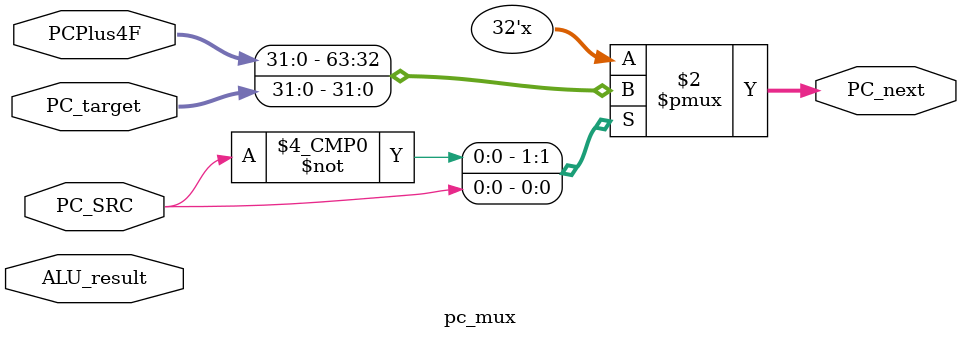
<source format=v>


// ===================
// pc_mux
// ===================
module pc_mux(PC_next, PCPlus4F, PC_target, ALU_result, PC_SRC);
  input [31:0] PCPlus4F, PC_target, ALU_result;
  input PC_SRC;
  output reg [31:0] PC_next;
  
  always @ (*)
    case (PC_SRC)
      1'b0: PC_next = PCPlus4F;
      1'b1: PC_next = PC_target;
      default: PC_next = PCPlus4F;
    endcase
endmodule

</source>
